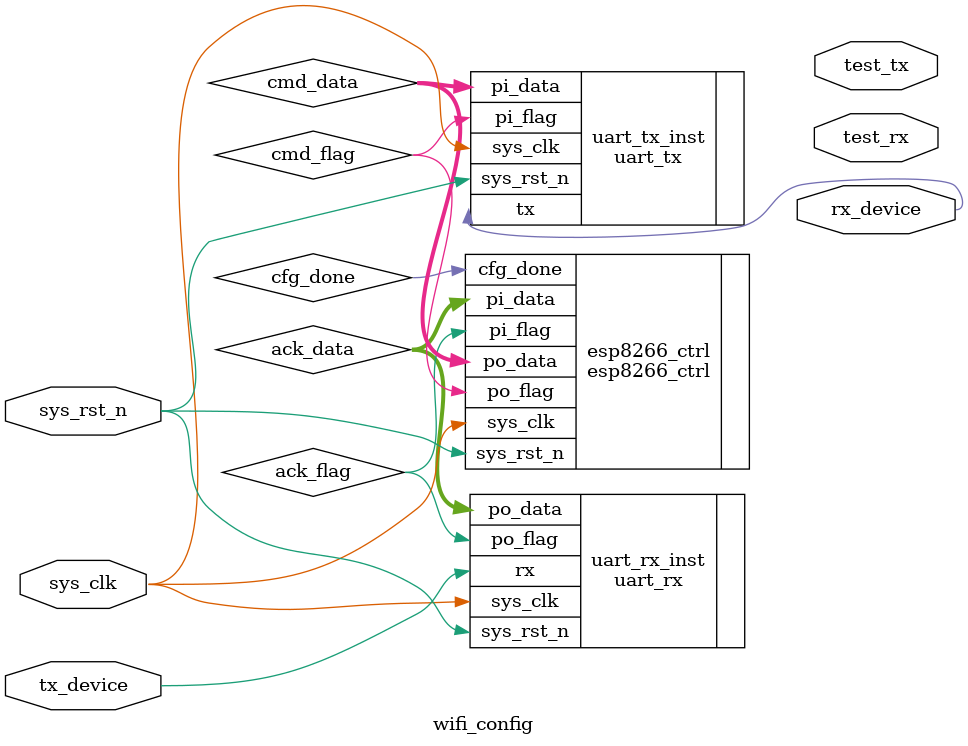
<source format=v>
module  wifi_config
(
	input	wire			sys_clk		,	//系统时钟，频率为50MHZ
	input	wire			sys_rst_n	,	//系统复位，低电平有效
	input	wire			tx_device	,	//esp8266数据发送引脚
	
	output	wire			rx_device	,	//esp8266数据接收引脚
	output	wire			test_rx		,	//FPGA接收到的数据测试，连接TTL_1—TX端口
	output	wire			test_tx			//FPGA发送的数据测试，连接TTL_2-TX端口
);

parameter	CLK_FRE		=	'd50_000_000									,	//时钟频率
			BAUD_RATE	=	'd115200										,	//串口通信波特率
			INSTR_0		=	"+++"											,	//退出透传模式指令
			INSTR_1		=	"AT+SAVETRANSLINK=0"							,	//设置上电不进入透传
			INSTR_2		=	"AT+CWMODE=1"									,	//设置wifi模式
			INSTR_3		=	"AT+RST"										,	//重启生效
			INSTR_4		=	"AT+CWJAP=\"AspyRain\",\"Lxr20030106\""				,	//连接wifi，wifi名称“FPGA”，密码“00000001”
			INSTR_5		=	"AT+CIFSR"										,	//查询模块IP
			INSTR_6		=	"AT+CIPSTART=\"TCP\",\"192.168.233.191\",8080"	,	//连接TCP服务器，IP地址192.168.135.107，端口号8888
			INSTR_7		=	"AT+CIPMODE=1"									,	//开始透传模式
			INSTR_8		=	"AT+CIPSEND"									,	//开始透传
			INSTR_9     = "GET http://192.168.233.191:8080/weather/getTemp"	,
			ACK_OK		=	"OK"											,	//响应的OK数据	
			ACK_ADD		=	"++"											,	//退出透传模式标志
			ACK_END		=	16'h0d0a										;	//响应_回车+换行

wire	[7:0]	ack_data	;	//esp8266响应的数据
wire			ack_flag	;	//与响应数据同步的标志信号
wire	[7:0]	cmd_data	;	//FPGA生成的指令数据
wire			cmd_flag	;	//与指令数据同步的标志信号
wire			cfg_done	;	//配置完成信号



esp8266_ctrl
#(
	.BAUD_RATE	(BAUD_RATE	),
	.INSTR_0	(INSTR_0	),
	.INSTR_1	(INSTR_1	),
	.INSTR_2	(INSTR_2	),
	.INSTR_3	(INSTR_3	),
	.INSTR_4	(INSTR_4	),
	.INSTR_5	(INSTR_5	),
	.INSTR_6	(INSTR_6	),
	.INSTR_7	(INSTR_7	),
	.INSTR_8	(INSTR_8	),
	.ACK_OK		(ACK_OK		),
	.ACK_ADD	(ACK_ADD	),
	.ACK_END	(ACK_END	)
)
esp8266_ctrl
(
	.sys_clk		(sys_clk	),	
	.sys_rst_n		(sys_rst_n	),	
	.pi_data		(ack_data	),	
	.pi_flag		(ack_flag	),	
	.po_data		(cmd_data	),	
	.po_flag		(cmd_flag	),	
	.cfg_done	    (cfg_done	)
);

uart_tx
#(
	.CLK_FRE	(CLK_FRE	),
	.BAUD_RATE	(BAUD_RATE	)
)
uart_tx_inst
(
	.sys_clk	(sys_clk	),	
	.sys_rst_n	(sys_rst_n	),	
	.pi_data	(cmd_data	),	
	.pi_flag	(cmd_flag	),	
	.tx			(rx_device	)
);

uart_rx
#(
	.CLK_FRE	(CLK_FRE	),
	.BAUD_RATE	(BAUD_RATE	)
)
uart_rx_inst
(
	.sys_clk	(sys_clk	),	
	.sys_rst_n	(sys_rst_n	),	
	.rx			(tx_device	),	
	.po_data	(ack_data	),	
	.po_flag	(ack_flag	)	
);


endmodule
</source>
